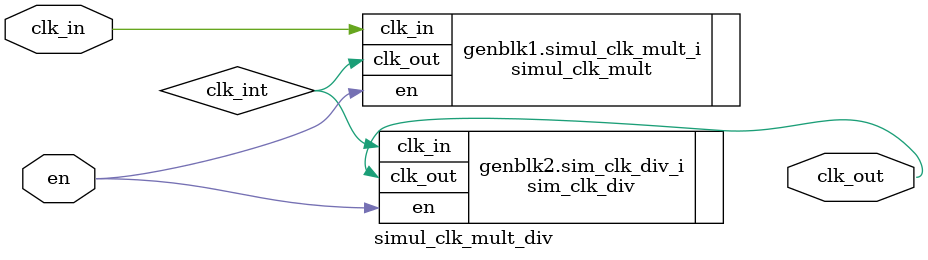
<source format=v>

/*!
 * <b>Module:</b>simul_clk_mult_div
 * @file simul_clk_mult_div.v
 * @date 2015-10-12  
 * @author Andrey Filippov     
 *
 * @brief Simulation clock rational multiplier
 *
 * @copyright Copyright (c) 2015 Elphel, Inc .
 *
 * <b>License:</b>
 *
 * simul_clk_mult_div.v is free software; you can redistribute it and/or modify
 * it under the terms of the GNU General Public License as published by
 * the Free Software Foundation, either version 3 of the License, or
 * (at your option) any later version.
 *
 *  simul_clk_mult_div.v is distributed in the hope that it will be useful,
 * but WITHOUT ANY WARRANTY; without even the implied warranty of
 * MERCHANTABILITY or FITNESS FOR A PARTICULAR PURPOSE.  See the
 * GNU General Public License for more details.
 *
 * You should have received a copy of the GNU General Public License
 * along with this program.  If not, see <http://www.gnu.org/licenses/> .
 *
 * Additional permission under GNU GPL version 3 section 7:
 * If you modify this Program, or any covered work, by linking or combining it
 * with independent modules provided by the FPGA vendor only (this permission
 * does not extend to any 3-rd party modules, "soft cores" or macros) under
 * different license terms solely for the purpose of generating binary "bitstream"
 * files and/or simulating the code, the copyright holders of this Program give
 * you the right to distribute the covered work without those independent modules
 * as long as the source code for them is available from the FPGA vendor free of
 * charge, and there is no dependence on any encrypted modules for simulating of
 * the combined code. This permission applies to you if the distributed code
 * contains all the components and scripts required to completely simulate it
 * with at least one of the Free Software programs.
 */
`timescale 1ns/1ps

module  simul_clk_mult_div#(
        parameter MULTIPLIER = 3,
        parameter DIVISOR =    5,
        parameter SKIP_FIRST = 5
    ) (
        input      clk_in,
        input      en,
        output     clk_out
);
    wire clk_int;
    generate
        if (MULTIPLIER > 1) 
            simul_clk_mult #(
                .MULTIPLIER (MULTIPLIER),
                .SKIP_FIRST (SKIP_FIRST)
            ) simul_clk_mult_i (
                .clk_in  (clk_in), // input
                .en      (en), // input
                .clk_out (clk_int) // output
            );
        else
            assign clk_int = clk_in;
    endgenerate
    generate
        if (DIVISOR > 1) 
            sim_clk_div #(
                .DIVISOR   (DIVISOR)
            ) sim_clk_div_i (
                .clk_in   (clk_int), // input
                .en       (en), // input
                .clk_out  (clk_out) // output
            );
        else
            assign clk_out = clk_int;
    endgenerate
endmodule


</source>
